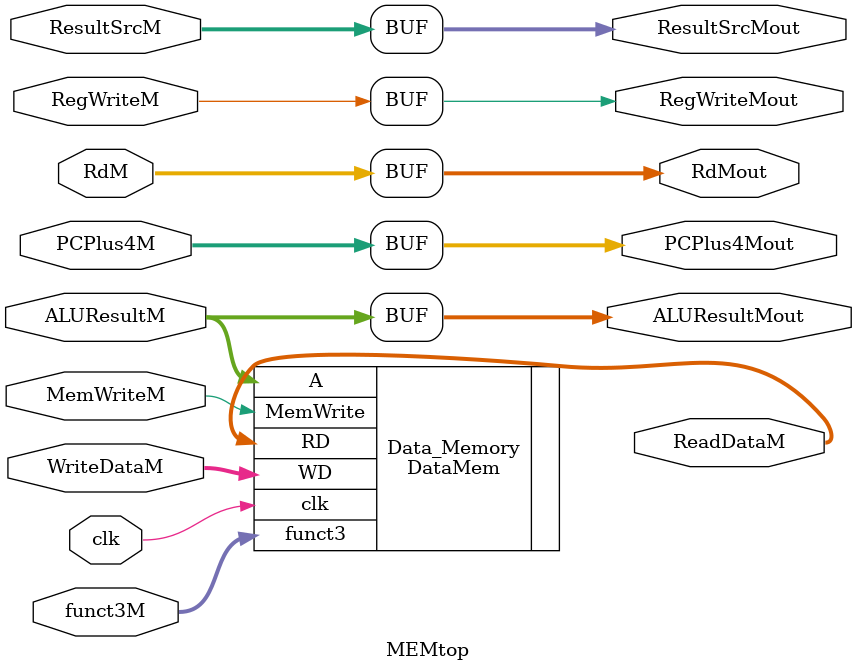
<source format=sv>
module MEMtop #(
    parameter DATA_WIDTH = 32
)(
    input  logic clk,
    input  logic RegWriteM,
    input  logic [1:0] ResultSrcM,
    input  logic MemWriteM,

    input  logic [DATA_WIDTH-1:0] ALUResultM,   // store addr
    input  logic [DATA_WIDTH-1:0] WriteDataM,   // store data
    input  logic [4:0] RdM,
    input  logic [DATA_WIDTH-1:0] PCPlus4M,
    input  logic [2:0] funct3M,                 // for load/store size1
    output logic RegWriteMout,
    output logic [1:0] ResultSrcMout,
    output logic [DATA_WIDTH-1:0] ReadDataM,    // Raw memory output
    output logic [4:0] RdMout,
    output logic [DATA_WIDTH-1:0] PCPlus4Mout,
    output logic [DATA_WIDTH-1:0] ALUResultMout
);

    DataMem #(   
        .DATA_WIDTH(DATA_WIDTH)
    ) Data_Memory (
        .clk(clk),
        .funct3(funct3M),
        .MemWrite(MemWriteM),
        .A(ALUResultM),
        .WD(WriteDataM),
        .RD(ReadDataM)         // Direct output - no forwarding
    );

    // Pipeline outputs - simple passthrough
    assign RegWriteMout  = RegWriteM;
    assign ResultSrcMout = ResultSrcM;
    assign RdMout        = RdM;
    assign PCPlus4Mout   = PCPlus4M;
    assign ALUResultMout = ALUResultM;
endmodule

</source>
